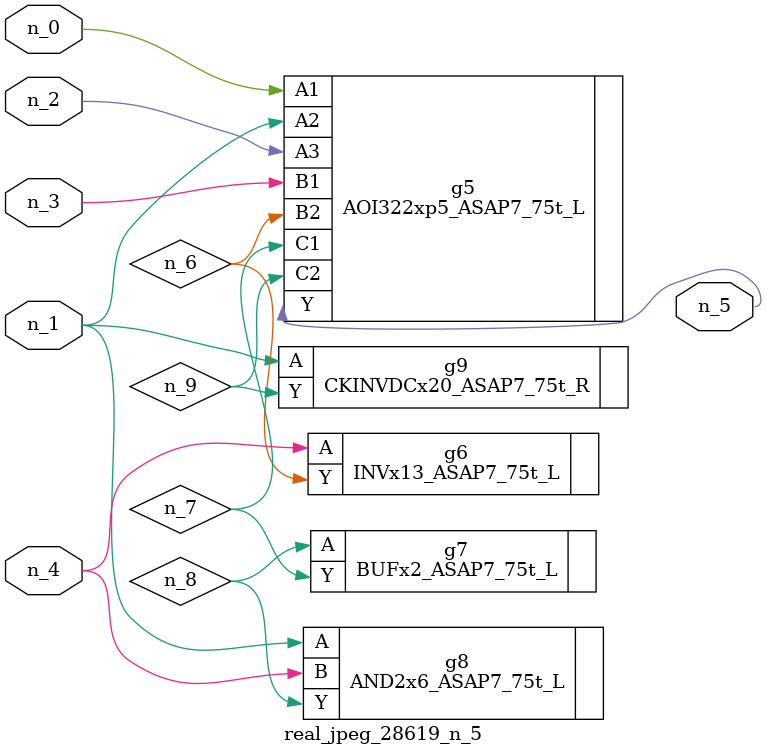
<source format=v>
module real_jpeg_28619_n_5 (n_4, n_0, n_1, n_2, n_3, n_5);

input n_4;
input n_0;
input n_1;
input n_2;
input n_3;

output n_5;

wire n_8;
wire n_6;
wire n_7;
wire n_9;

AOI322xp5_ASAP7_75t_L g5 ( 
.A1(n_0),
.A2(n_1),
.A3(n_2),
.B1(n_3),
.B2(n_6),
.C1(n_7),
.C2(n_9),
.Y(n_5)
);

AND2x6_ASAP7_75t_L g8 ( 
.A(n_1),
.B(n_4),
.Y(n_8)
);

CKINVDCx20_ASAP7_75t_R g9 ( 
.A(n_1),
.Y(n_9)
);

INVx13_ASAP7_75t_L g6 ( 
.A(n_4),
.Y(n_6)
);

BUFx2_ASAP7_75t_L g7 ( 
.A(n_8),
.Y(n_7)
);


endmodule
</source>
